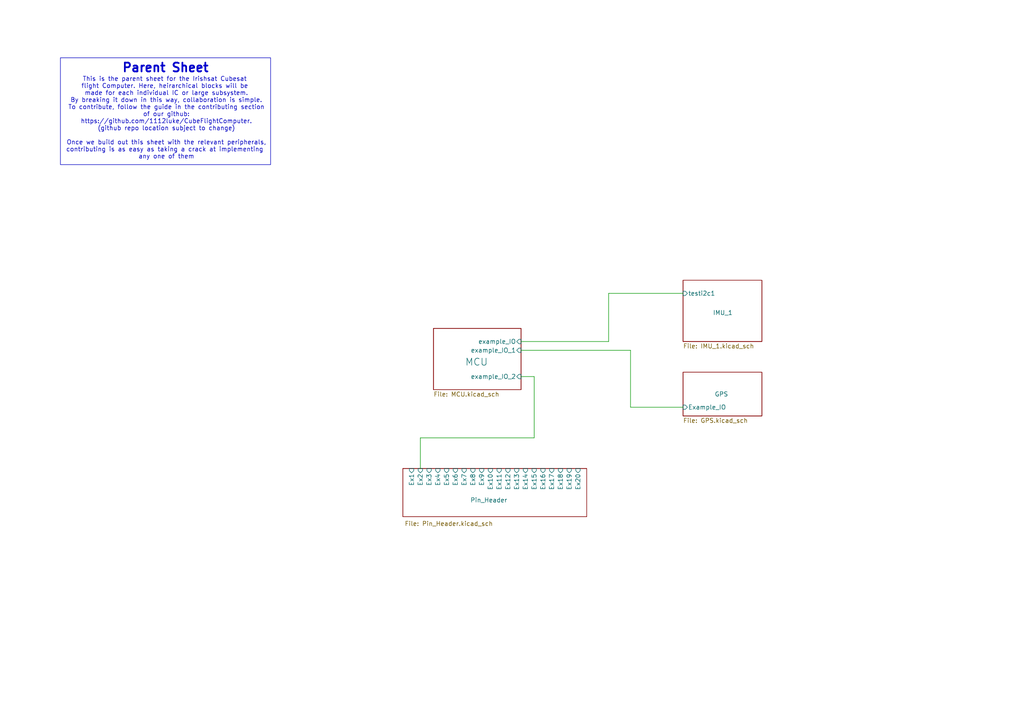
<source format=kicad_sch>
(kicad_sch
	(version 20231120)
	(generator "eeschema")
	(generator_version "8.0")
	(uuid "309c4956-07f9-47d3-bb6f-d1c2b2530971")
	(paper "A4")
	(title_block
		(title "Cubesat Computer")
	)
	(lib_symbols)
	(wire
		(pts
			(xy 176.53 85.09) (xy 198.12 85.09)
		)
		(stroke
			(width 0)
			(type default)
		)
		(uuid "060754c5-2b9d-4b47-9940-12eec13cd9ee")
	)
	(wire
		(pts
			(xy 154.94 127) (xy 121.92 127)
		)
		(stroke
			(width 0)
			(type default)
		)
		(uuid "0f4af78c-0061-4e1a-add2-13e65f9453cf")
	)
	(wire
		(pts
			(xy 182.88 118.11) (xy 198.12 118.11)
		)
		(stroke
			(width 0)
			(type default)
		)
		(uuid "1fc1a2d8-00f3-49de-b198-7837b0d531e2")
	)
	(wire
		(pts
			(xy 151.13 109.22) (xy 154.94 109.22)
		)
		(stroke
			(width 0)
			(type default)
		)
		(uuid "4fe0fdfd-0ce8-4e83-a1db-87f1d7949fe5")
	)
	(wire
		(pts
			(xy 176.53 99.06) (xy 176.53 85.09)
		)
		(stroke
			(width 0)
			(type default)
		)
		(uuid "5553f597-51e7-46ac-a0df-fda3e510e0fe")
	)
	(wire
		(pts
			(xy 121.92 127) (xy 121.92 135.89)
		)
		(stroke
			(width 0)
			(type default)
		)
		(uuid "5fcce9fa-644a-4622-9b3d-4f02be801d65")
	)
	(wire
		(pts
			(xy 154.94 109.22) (xy 154.94 127)
		)
		(stroke
			(width 0)
			(type default)
		)
		(uuid "a5426e99-4b68-47be-a9d4-27709eb08c05")
	)
	(wire
		(pts
			(xy 151.13 99.06) (xy 176.53 99.06)
		)
		(stroke
			(width 0)
			(type default)
		)
		(uuid "c3e67a11-9357-4bec-a433-0959dcd3fa3e")
	)
	(wire
		(pts
			(xy 151.13 101.6) (xy 182.88 101.6)
		)
		(stroke
			(width 0)
			(type default)
		)
		(uuid "d04c916d-9199-40d6-8de8-86982b46a331")
	)
	(wire
		(pts
			(xy 182.88 101.6) (xy 182.88 118.11)
		)
		(stroke
			(width 0)
			(type default)
		)
		(uuid "e017f1c7-7c99-4d9d-b78b-b9c1cbeeeca7")
	)
	(rectangle
		(start 17.526 16.764)
		(end 78.486 47.752)
		(stroke
			(width 0)
			(type default)
		)
		(fill
			(type none)
		)
		(uuid 21f63a6d-e4c2-4b50-ae6c-116576971a91)
	)
	(text "This is the parent sheet for the Irishsat Cubesat \nflight Computer. Here, heirarchical blocks will be \nmade for each individual IC or large subsystem.\nBy breaking it down in this way, collaboration is simple.\nTo contribute, follow the guide in the contributing section\nof our github:\nhttps://github.com/1112luke/CubeFlightComputer.\n(github repo location subject to change)\n\nOnce we build out this sheet with the relevant peripherals,\ncontributing is as easy as taking a crack at implementing \nany one of them"
		(exclude_from_sim no)
		(at 48.26 34.29 0)
		(effects
			(font
				(size 1.27 1.27)
			)
		)
		(uuid "6065e51a-7f9e-449d-b8db-e277e1275d6e")
	)
	(text "Parent Sheet"
		(exclude_from_sim no)
		(at 48.006 19.812 0)
		(effects
			(font
				(size 2.54 2.54)
				(thickness 0.508)
				(bold yes)
			)
		)
		(uuid "efbd04b8-1c5f-4f40-a401-0ce570509bdb")
	)
	(sheet
		(at 125.73 95.25)
		(size 25.4 17.78)
		(stroke
			(width 0.1524)
			(type solid)
		)
		(fill
			(color 0 0 0 0.0000)
		)
		(uuid "2b2ccf39-aa9a-47f7-af8c-ca3b26ab14d5")
		(property "Sheetname" "MCU"
			(at 134.874 106.172 0)
			(effects
				(font
					(size 2.032 2.032)
				)
				(justify left bottom)
			)
		)
		(property "Sheetfile" "MCU.kicad_sch"
			(at 125.73 113.6146 0)
			(effects
				(font
					(size 1.27 1.27)
				)
				(justify left top)
			)
		)
		(pin "example_IO" input
			(at 151.13 99.06 0)
			(effects
				(font
					(size 1.27 1.27)
				)
				(justify right)
			)
			(uuid "2081b4a8-ccf0-4fbd-a24c-f218a2ba15ba")
		)
		(pin "example_IO_1" input
			(at 151.13 101.6 0)
			(effects
				(font
					(size 1.27 1.27)
				)
				(justify right)
			)
			(uuid "b4f15ec5-8dba-4f28-88fb-f6c61ba2f64b")
		)
		(pin "example_IO_2" input
			(at 151.13 109.22 0)
			(effects
				(font
					(size 1.27 1.27)
				)
				(justify right)
			)
			(uuid "3ddae2cb-147e-4829-8e8a-2f2a523a88f0")
		)
		(instances
			(project "CubeFlightComputer"
				(path "/309c4956-07f9-47d3-bb6f-d1c2b2530971"
					(page "2")
				)
			)
		)
	)
	(sheet
		(at 198.12 81.28)
		(size 22.86 17.78)
		(stroke
			(width 0.1524)
			(type solid)
		)
		(fill
			(color 0 0 0 0.0000)
		)
		(uuid "324c33fe-a215-4e38-a24f-d601deff01c6")
		(property "Sheetname" "IMU_1"
			(at 206.756 91.44 0)
			(effects
				(font
					(size 1.27 1.27)
				)
				(justify left bottom)
			)
		)
		(property "Sheetfile" "IMU_1.kicad_sch"
			(at 198.12 99.6446 0)
			(effects
				(font
					(size 1.27 1.27)
				)
				(justify left top)
			)
		)
		(pin "testi2c1" input
			(at 198.12 85.09 180)
			(effects
				(font
					(size 1.27 1.27)
				)
				(justify left)
			)
			(uuid "135f5f8b-15a3-46cf-abff-28743318d395")
		)
		(instances
			(project "CubeFlightComputer"
				(path "/309c4956-07f9-47d3-bb6f-d1c2b2530971"
					(page "3")
				)
			)
		)
	)
	(sheet
		(at 198.12 107.95)
		(size 22.86 12.7)
		(stroke
			(width 0.1524)
			(type solid)
		)
		(fill
			(color 0 0 0 0.0000)
		)
		(uuid "7605bf79-396c-4154-86df-8930ab07666b")
		(property "Sheetname" "GPS"
			(at 207.264 115.062 0)
			(effects
				(font
					(size 1.27 1.27)
				)
				(justify left bottom)
			)
		)
		(property "Sheetfile" "GPS.kicad_sch"
			(at 198.12 121.2346 0)
			(effects
				(font
					(size 1.27 1.27)
				)
				(justify left top)
			)
		)
		(pin "Example_IO" input
			(at 198.12 118.11 180)
			(effects
				(font
					(size 1.27 1.27)
				)
				(justify left)
			)
			(uuid "8945a16a-4742-430b-a2ce-9fb8d9c154e2")
		)
		(instances
			(project "CubeFlightComputer"
				(path "/309c4956-07f9-47d3-bb6f-d1c2b2530971"
					(page "5")
				)
			)
		)
	)
	(sheet
		(at 116.84 135.89)
		(size 53.34 13.97)
		(stroke
			(width 0.1524)
			(type solid)
		)
		(fill
			(color 0 0 0 0.0000)
		)
		(uuid "f01ef9b5-b5de-426d-a606-5e7b2a0c78be")
		(property "Sheetname" "Pin_Header"
			(at 136.398 145.796 0)
			(effects
				(font
					(size 1.27 1.27)
				)
				(justify left bottom)
			)
		)
		(property "Sheetfile" "Pin_Header.kicad_sch"
			(at 117.348 151.13 0)
			(effects
				(font
					(size 1.27 1.27)
				)
				(justify left top)
			)
		)
		(pin "Ex6" input
			(at 132.08 135.89 90)
			(effects
				(font
					(size 1.27 1.27)
				)
				(justify right)
			)
			(uuid "a6624958-c354-4143-ae05-1b39db447e76")
		)
		(pin "Ex9" input
			(at 139.7 135.89 90)
			(effects
				(font
					(size 1.27 1.27)
				)
				(justify right)
			)
			(uuid "0193740e-b606-42d0-aa28-c992dae9140a")
		)
		(pin "Ex7" input
			(at 134.62 135.89 90)
			(effects
				(font
					(size 1.27 1.27)
				)
				(justify right)
			)
			(uuid "1946ce00-6ed0-4dbc-abe4-df48c1d48bde")
		)
		(pin "Ex8" input
			(at 137.16 135.89 90)
			(effects
				(font
					(size 1.27 1.27)
				)
				(justify right)
			)
			(uuid "08e24464-5cbc-4161-891b-e02134a671da")
		)
		(pin "Ex1" input
			(at 119.38 135.89 90)
			(effects
				(font
					(size 1.27 1.27)
				)
				(justify right)
			)
			(uuid "557bfb71-553e-4c00-97d3-0237d65fb17a")
		)
		(pin "Ex18" input
			(at 162.56 135.89 90)
			(effects
				(font
					(size 1.27 1.27)
				)
				(justify right)
			)
			(uuid "199c6b55-a44c-462a-9036-a1e9642f6281")
		)
		(pin "Ex16" input
			(at 157.48 135.89 90)
			(effects
				(font
					(size 1.27 1.27)
				)
				(justify right)
			)
			(uuid "d4169479-d734-401e-801c-b7d171e4655b")
		)
		(pin "Ex17" input
			(at 160.02 135.89 90)
			(effects
				(font
					(size 1.27 1.27)
				)
				(justify right)
			)
			(uuid "d4c4af48-2e51-4aa5-9a72-adbba09e1b28")
		)
		(pin "Ex19" input
			(at 165.1 135.89 90)
			(effects
				(font
					(size 1.27 1.27)
				)
				(justify right)
			)
			(uuid "55ef132a-c7c9-491c-867a-2d7689f8ff66")
		)
		(pin "Ex20" input
			(at 167.64 135.89 90)
			(effects
				(font
					(size 1.27 1.27)
				)
				(justify right)
			)
			(uuid "a589ed6f-e67c-416d-9076-3ddf93e2dbd6")
		)
		(pin "Ex11" input
			(at 144.78 135.89 90)
			(effects
				(font
					(size 1.27 1.27)
				)
				(justify right)
			)
			(uuid "5976b990-1dcf-493d-8561-a5032fe174f1")
		)
		(pin "Ex13" input
			(at 149.86 135.89 90)
			(effects
				(font
					(size 1.27 1.27)
				)
				(justify right)
			)
			(uuid "32b625b5-262e-4639-8a44-c99860f75aae")
		)
		(pin "Ex12" input
			(at 147.32 135.89 90)
			(effects
				(font
					(size 1.27 1.27)
				)
				(justify right)
			)
			(uuid "348b581c-5d60-4b29-bd99-6631589849d7")
		)
		(pin "Ex14" input
			(at 152.4 135.89 90)
			(effects
				(font
					(size 1.27 1.27)
				)
				(justify right)
			)
			(uuid "deb76039-c816-4928-898a-4998a58558e0")
		)
		(pin "Ex10" input
			(at 142.24 135.89 90)
			(effects
				(font
					(size 1.27 1.27)
				)
				(justify right)
			)
			(uuid "eb7e940d-e7c5-439f-8585-5db089e405e7")
		)
		(pin "Ex15" input
			(at 154.94 135.89 90)
			(effects
				(font
					(size 1.27 1.27)
				)
				(justify right)
			)
			(uuid "b456c48b-1773-4d94-84fd-3d89b9a5a605")
		)
		(pin "Ex4" input
			(at 127 135.89 90)
			(effects
				(font
					(size 1.27 1.27)
				)
				(justify right)
			)
			(uuid "ede95a0f-f149-4151-b675-0fe8038ec1c1")
		)
		(pin "Ex3" input
			(at 124.46 135.89 90)
			(effects
				(font
					(size 1.27 1.27)
				)
				(justify right)
			)
			(uuid "b8eeeb57-9fff-44f5-ba61-b04406ed301b")
		)
		(pin "Ex2" input
			(at 121.92 135.89 90)
			(effects
				(font
					(size 1.27 1.27)
				)
				(justify right)
			)
			(uuid "a559f449-375c-479b-a203-1dac3875acf4")
		)
		(pin "Ex5" input
			(at 129.54 135.89 90)
			(effects
				(font
					(size 1.27 1.27)
				)
				(justify right)
			)
			(uuid "13f94e0c-7a52-4fa5-9462-c70d54bc92b7")
		)
		(instances
			(project "CubeFlightComputer"
				(path "/309c4956-07f9-47d3-bb6f-d1c2b2530971"
					(page "4")
				)
			)
		)
	)
	(sheet_instances
		(path "/"
			(page "1")
		)
	)
)

</source>
